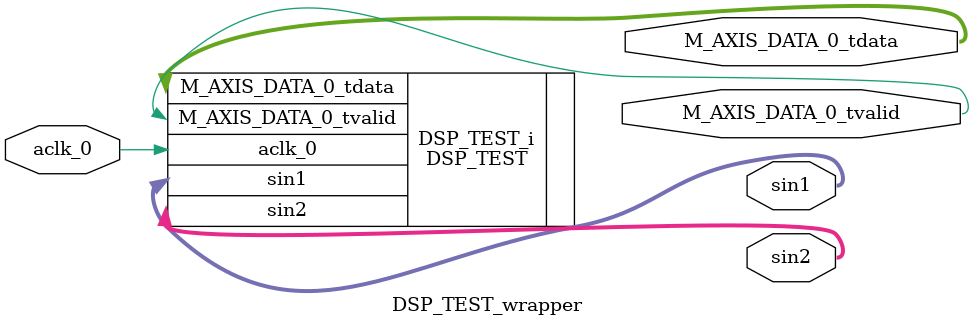
<source format=v>
`timescale 1 ps / 1 ps

module DSP_TEST_wrapper
   (M_AXIS_DATA_0_tdata,
    M_AXIS_DATA_0_tvalid,
    aclk_0,
    sin1,
    sin2);
  output [39:0]M_AXIS_DATA_0_tdata;
  output M_AXIS_DATA_0_tvalid;
  input aclk_0;
  output [7:0]sin1;
  output [7:0]sin2;

  wire [39:0]M_AXIS_DATA_0_tdata;
  wire M_AXIS_DATA_0_tvalid;
  wire aclk_0;
  wire [7:0]sin1;
  wire [7:0]sin2;

  DSP_TEST DSP_TEST_i
       (.M_AXIS_DATA_0_tdata(M_AXIS_DATA_0_tdata),
        .M_AXIS_DATA_0_tvalid(M_AXIS_DATA_0_tvalid),
        .aclk_0(aclk_0),
        .sin1(sin1),
        .sin2(sin2));
endmodule

</source>
